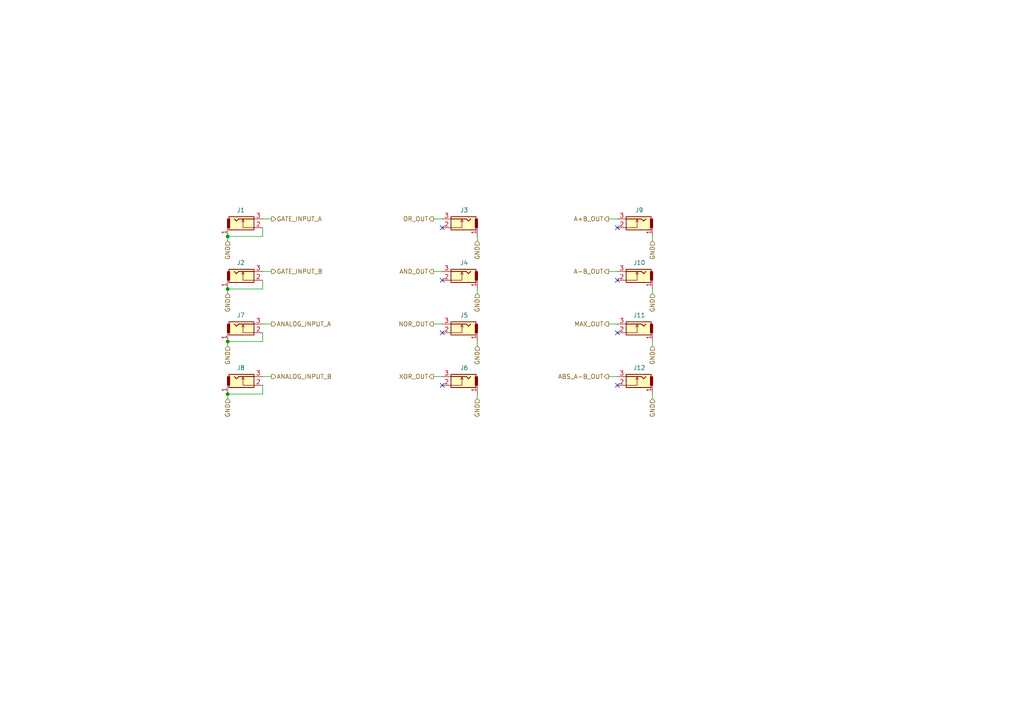
<source format=kicad_sch>
(kicad_sch (version 20231120) (generator "eeschema") (generator_version "8.0")
  (paper "A4")
  (lib_symbols
    (symbol "FreeModular:THONKICONN" (pin_names (offset 1.016))
      (property "Reference" "J" (at -1.27 4.445 0))
      (symbol "THONKICONN_0_1"
        (rectangle (start -4.699 3.175) (end 2.54 -0.635) (stroke (width 0.254)) (fill (type background)))
        (rectangle (start -4.445 0) (end -5.207 2.54) (fill (type outline)))
        (polyline (pts (xy -0.635 2.413) (xy -0.254 1.651)))
        (polyline (pts (xy 2.54 0) (xy -0.635 0) (xy -0.635 2.413) (xy -1.016 1.651)))
        (polyline (pts (xy 2.54 2.54) (xy -1.905 2.54) (xy -2.54 1.905) (xy -3.175 2.54)) (stroke (width 0.254)))
      )
      (symbol "THONKICONN_1_1"
        (pin passive line (at -5.08 -2.54 90) (length 2.54) (name "~") (number "1"))
        (pin passive line (at 5.08 0 180) (length 2.54) (name "~") (number "2"))
        (pin passive line (at 5.08 2.54 180) (length 2.54) (name "~") (number "3"))
      )
    )
  )
  (junction (at 66.04 114.3))
  (junction (at 66.04 68.58))
  (junction (at 66.04 99.06))
  (junction (at 66.04 83.82))
  (no_connect (at 128.27 66.04))
  (no_connect (at 179.07 111.76))
  (no_connect (at 179.07 96.52))
  (no_connect (at 179.07 81.28))
  (no_connect (at 128.27 111.76))
  (no_connect (at 179.07 66.04))
  (no_connect (at 128.27 96.52))
  (no_connect (at 128.27 81.28))
  (wire (pts (xy 189.23 68.58) (xy 189.23 69.85)))
  (wire (pts (xy 76.2 114.3) (xy 76.2 111.76)))
  (wire (pts (xy 66.04 68.58) (xy 66.04 69.85)))
  (wire (pts (xy 138.43 99.06) (xy 138.43 100.33)))
  (wire (pts (xy 128.27 93.98) (xy 125.73 93.98)))
  (wire (pts (xy 66.04 68.58) (xy 76.2 68.58)))
  (wire (pts (xy 138.43 114.3) (xy 138.43 115.57)))
  (wire (pts (xy 138.43 83.82) (xy 138.43 85.09)))
  (wire (pts (xy 128.27 78.74) (xy 125.73 78.74)))
  (wire (pts (xy 66.04 83.82) (xy 66.04 85.09)))
  (wire (pts (xy 66.04 114.3) (xy 66.04 115.57)))
  (wire (pts (xy 189.23 114.3) (xy 189.23 115.57)))
  (wire (pts (xy 76.2 63.5) (xy 78.74 63.5)))
  (wire (pts (xy 76.2 93.98) (xy 78.74 93.98)))
  (wire (pts (xy 76.2 83.82) (xy 76.2 81.28)))
  (wire (pts (xy 138.43 68.58) (xy 138.43 69.85)))
  (wire (pts (xy 66.04 83.82) (xy 76.2 83.82)))
  (wire (pts (xy 66.04 114.3) (xy 76.2 114.3)))
  (wire (pts (xy 189.23 83.82) (xy 189.23 85.09)))
  (wire (pts (xy 189.23 99.06) (xy 189.23 100.33)))
  (wire (pts (xy 76.2 68.58) (xy 76.2 66.04)))
  (wire (pts (xy 76.2 109.22) (xy 78.74 109.22)))
  (wire (pts (xy 128.27 109.22) (xy 125.73 109.22)))
  (wire (pts (xy 128.27 63.5) (xy 125.73 63.5)))
  (wire (pts (xy 179.07 63.5) (xy 176.53 63.5)))
  (wire (pts (xy 76.2 78.74) (xy 78.74 78.74)))
  (wire (pts (xy 66.04 99.06) (xy 66.04 100.33)))
  (wire (pts (xy 179.07 78.74) (xy 176.53 78.74)))
  (wire (pts (xy 76.2 99.06) (xy 76.2 96.52)))
  (wire (pts (xy 66.04 99.06) (xy 76.2 99.06)))
  (wire (pts (xy 179.07 93.98) (xy 176.53 93.98)))
  (wire (pts (xy 179.07 109.22) (xy 176.53 109.22)))
  (hierarchical_label "XOR_OUT" (shape output) (at 125.73 109.22 180))
  (hierarchical_label "OR_OUT" (shape output) (at 125.73 63.5 180))
  (hierarchical_label "ABS_A-B_OUT" (shape output) (at 176.53 109.22 180))
  (hierarchical_label "GATE_INPUT_B" (shape output) (at 78.74 78.74 0))
  (hierarchical_label "MAX_OUT" (shape output) (at 176.53 93.98 180))
  (hierarchical_label "GND" (shape input) (at 66.04 115.57 270))
  (hierarchical_label "ANALOG_INPUT_B" (shape output) (at 78.74 109.22 0))
  (hierarchical_label "ANALOG_INPUT_A" (shape output) (at 78.74 93.98 0))
  (hierarchical_label "AND_OUT" (shape output) (at 125.73 78.74 180))
  (hierarchical_label "GND" (shape input) (at 66.04 85.09 270))
  (hierarchical_label "GATE_INPUT_A" (shape output) (at 78.74 63.5 0))
  (hierarchical_label "GND" (shape input) (at 66.04 100.33 270))
  (hierarchical_label "A+B_OUT" (shape output) (at 176.53 63.5 180))
  (hierarchical_label "GND" (shape input) (at 138.43 115.57 270))
  (hierarchical_label "GND" (shape input) (at 66.04 69.85 270))
  (hierarchical_label "GND" (shape input) (at 138.43 69.85 270))
  (hierarchical_label "GND" (shape input) (at 189.23 115.57 270))
  (hierarchical_label "GND" (shape input) (at 138.43 100.33 270))
  (hierarchical_label "GND" (shape input) (at 189.23 85.09 270))
  (hierarchical_label "GND" (shape input) (at 189.23 100.33 270))
  (hierarchical_label "NOR_OUT" (shape output) (at 125.73 93.98 180))
  (hierarchical_label "GND" (shape input) (at 189.23 69.85 270))
  (hierarchical_label "A-B_OUT" (shape output) (at 176.53 78.74 180))
  (hierarchical_label "GND" (shape input) (at 138.43 85.09 270))
  (symbol (lib_id "FreeModular:THONKICONN") (at 71.12 96.52 0) (unit 1)
    (property "Reference" "J7" (at 69.85 91.44 0))
    (property "Value" "THONKICONN" (effects (hide yes)))
    (property "Footprint" "FreeModular:THONKICONN" (effects (hide yes)))
    (property "Description" "2-pin audio jack receptable (mono/TS connector) with switching contact" (effects (hide yes)))
  )
  (symbol (lib_id "FreeModular:THONKICONN") (at 71.12 81.28 0) (unit 1)
    (property "Reference" "J2" (at 69.85 76.2 0))
    (property "Value" "THONKICONN" (effects (hide yes)))
    (property "Footprint" "FreeModular:THONKICONN" (effects (hide yes)))
    (property "Description" "2-pin audio jack receptable (mono/TS connector) with switching contact" (effects (hide yes)))
  )
  (symbol (lib_id "FreeModular:THONKICONN") (at 184.15 81.28 0) (mirror y) (unit 1)
    (property "Reference" "J10" (at 185.42 76.2 0))
    (property "Value" "THONKICONN" (effects (hide yes)))
    (property "Footprint" "FreeModular:THONKICONN" (effects (hide yes)))
    (property "Description" "2-pin audio jack receptable (mono/TS connector) with switching contact" (effects (hide yes)))
  )
  (symbol (lib_id "FreeModular:THONKICONN") (at 184.15 111.76 0) (mirror y) (unit 1)
    (property "Reference" "J12" (at 185.42 106.68 0))
    (property "Value" "THONKICONN" (effects (hide yes)))
    (property "Footprint" "FreeModular:THONKICONN" (effects (hide yes)))
    (property "Description" "2-pin audio jack receptable (mono/TS connector) with switching contact" (effects (hide yes)))
  )
  (symbol (lib_id "FreeModular:THONKICONN") (at 133.35 66.04 0) (mirror y) (unit 1)
    (property "Reference" "J3" (at 134.62 60.96 0))
    (property "Value" "THONKICONN" (effects (hide yes)))
    (property "Footprint" "FreeModular:THONKICONN" (effects (hide yes)))
    (property "Description" "2-pin audio jack receptable (mono/TS connector) with switching contact" (effects (hide yes)))
  )
  (symbol (lib_id "FreeModular:THONKICONN") (at 133.35 96.52 0) (mirror y) (unit 1)
    (property "Reference" "J5" (at 134.62 91.44 0))
    (property "Value" "THONKICONN" (effects (hide yes)))
    (property "Footprint" "FreeModular:THONKICONN" (effects (hide yes)))
    (property "Description" "2-pin audio jack receptable (mono/TS connector) with switching contact" (effects (hide yes)))
  )
  (symbol (lib_id "FreeModular:THONKICONN") (at 133.35 111.76 0) (mirror y) (unit 1)
    (property "Reference" "J6" (at 134.62 106.68 0))
    (property "Value" "THONKICONN" (effects (hide yes)))
    (property "Footprint" "FreeModular:THONKICONN" (effects (hide yes)))
    (property "Description" "2-pin audio jack receptable (mono/TS connector) with switching contact" (effects (hide yes)))
  )
  (symbol (lib_id "FreeModular:THONKICONN") (at 184.15 96.52 0) (mirror y) (unit 1)
    (property "Reference" "J11" (at 185.42 91.44 0))
    (property "Value" "THONKICONN" (effects (hide yes)))
    (property "Footprint" "FreeModular:THONKICONN" (effects (hide yes)))
    (property "Description" "2-pin audio jack receptable (mono/TS connector) with switching contact" (effects (hide yes)))
  )
  (symbol (lib_id "FreeModular:THONKICONN") (at 133.35 81.28 0) (mirror y) (unit 1)
    (property "Reference" "J4" (at 134.62 76.2 0))
    (property "Value" "THONKICONN" (effects (hide yes)))
    (property "Footprint" "FreeModular:THONKICONN" (effects (hide yes)))
    (property "Description" "2-pin audio jack receptable (mono/TS connector) with switching contact" (effects (hide yes)))
  )
  (symbol (lib_id "FreeModular:THONKICONN") (at 71.12 111.76 0) (unit 1)
    (property "Reference" "J8" (at 69.85 106.68 0))
    (property "Value" "THONKICONN" (effects (hide yes)))
    (property "Footprint" "FreeModular:THONKICONN" (effects (hide yes)))
    (property "Description" "2-pin audio jack receptable (mono/TS connector) with switching contact" (effects (hide yes)))
  )
  (symbol (lib_id "FreeModular:THONKICONN") (at 71.12 66.04 0) (unit 1)
    (property "Reference" "J1" (at 69.85 60.96 0))
    (property "Value" "THONKICONN" (effects (hide yes)))
    (property "Footprint" "FreeModular:THONKICONN" (effects (hide yes)))
    (property "Description" "2-pin audio jack receptable (mono/TS connector) with switching contact" (effects (hide yes)))
  )
  (symbol (lib_id "FreeModular:THONKICONN") (at 184.15 66.04 0) (mirror y) (unit 1)
    (property "Reference" "J9" (at 185.42 60.96 0))
    (property "Value" "THONKICONN" (effects (hide yes)))
    (property "Footprint" "FreeModular:THONKICONN" (effects (hide yes)))
    (property "Description" "2-pin audio jack receptable (mono/TS connector) with switching contact" (effects (hide yes)))
  )
)
</source>
